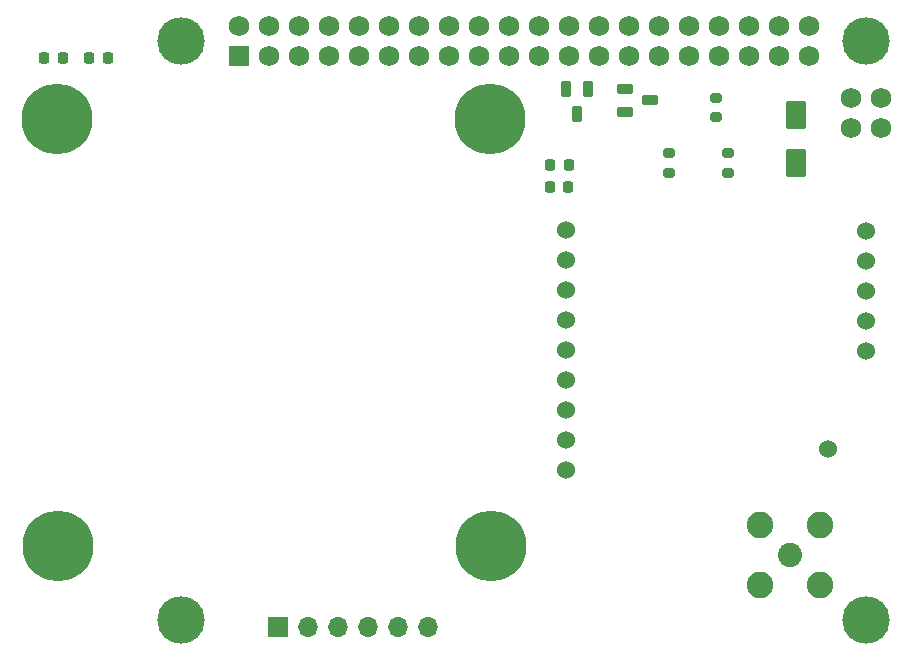
<source format=gts>
%TF.GenerationSoftware,KiCad,Pcbnew,7.0.6-0*%
%TF.CreationDate,2024-03-05T22:32:30-08:00*%
%TF.ProjectId,New Groundstation,4e657720-4772-46f7-956e-647374617469,rev?*%
%TF.SameCoordinates,Original*%
%TF.FileFunction,Soldermask,Top*%
%TF.FilePolarity,Negative*%
%FSLAX46Y46*%
G04 Gerber Fmt 4.6, Leading zero omitted, Abs format (unit mm)*
G04 Created by KiCad (PCBNEW 7.0.6-0) date 2024-03-05 22:32:30*
%MOMM*%
%LPD*%
G01*
G04 APERTURE LIST*
G04 Aperture macros list*
%AMRoundRect*
0 Rectangle with rounded corners*
0 $1 Rounding radius*
0 $2 $3 $4 $5 $6 $7 $8 $9 X,Y pos of 4 corners*
0 Add a 4 corners polygon primitive as box body*
4,1,4,$2,$3,$4,$5,$6,$7,$8,$9,$2,$3,0*
0 Add four circle primitives for the rounded corners*
1,1,$1+$1,$2,$3*
1,1,$1+$1,$4,$5*
1,1,$1+$1,$6,$7*
1,1,$1+$1,$8,$9*
0 Add four rect primitives between the rounded corners*
20,1,$1+$1,$2,$3,$4,$5,0*
20,1,$1+$1,$4,$5,$6,$7,0*
20,1,$1+$1,$6,$7,$8,$9,0*
20,1,$1+$1,$8,$9,$2,$3,0*%
G04 Aperture macros list end*
%ADD10RoundRect,0.225000X-0.225000X-0.250000X0.225000X-0.250000X0.225000X0.250000X-0.225000X0.250000X0*%
%ADD11RoundRect,0.144000X-0.258000X0.573000X-0.258000X-0.573000X0.258000X-0.573000X0.258000X0.573000X0*%
%ADD12RoundRect,0.200000X0.275000X-0.200000X0.275000X0.200000X-0.275000X0.200000X-0.275000X-0.200000X0*%
%ADD13RoundRect,0.102000X-0.762000X-0.762000X0.762000X-0.762000X0.762000X0.762000X-0.762000X0.762000X0*%
%ADD14C,1.728000*%
%ADD15C,4.016400*%
%ADD16RoundRect,0.200000X-0.275000X0.200000X-0.275000X-0.200000X0.275000X-0.200000X0.275000X0.200000X0*%
%ADD17C,6.000000*%
%ADD18C,1.524000*%
%ADD19C,2.050000*%
%ADD20C,2.250000*%
%ADD21RoundRect,0.225000X0.225000X0.250000X-0.225000X0.250000X-0.225000X-0.250000X0.225000X-0.250000X0*%
%ADD22RoundRect,0.144000X-0.573000X-0.258000X0.573000X-0.258000X0.573000X0.258000X-0.573000X0.258000X0*%
%ADD23R,1.700000X1.700000*%
%ADD24O,1.700000X1.700000*%
%ADD25RoundRect,0.270300X0.596700X-0.936700X0.596700X0.936700X-0.596700X0.936700X-0.596700X-0.936700X0*%
G04 APERTURE END LIST*
D10*
%TO.C,C3*%
X142543937Y-84582000D03*
X144093937Y-84582000D03*
%TD*%
D11*
%TO.C,Q1*%
X145792937Y-76283000D03*
X143892937Y-76283000D03*
X144842937Y-78403000D03*
%TD*%
D12*
%TO.C,R2*%
X157669937Y-83375000D03*
X157669937Y-81725000D03*
%TD*%
D13*
%TO.C,U2*%
X116223937Y-73469886D03*
D14*
X116223937Y-70929886D03*
X118763937Y-73469886D03*
X118763937Y-70929886D03*
X121303937Y-73469886D03*
X121303937Y-70929886D03*
X123843937Y-73469886D03*
X123843937Y-70929886D03*
X126383937Y-73469886D03*
X126383937Y-70929886D03*
X128923937Y-73469886D03*
X128923937Y-70929886D03*
X131463937Y-73469886D03*
X131463937Y-70929886D03*
X134003937Y-73469886D03*
X134003937Y-70929886D03*
X136543937Y-73469886D03*
X136543937Y-70929886D03*
X139083937Y-73469886D03*
X139083937Y-70929886D03*
X141623937Y-73469886D03*
X141623937Y-70929886D03*
X144163937Y-73469886D03*
X144163937Y-70929886D03*
X146703937Y-73469886D03*
X146703937Y-70929886D03*
X149243937Y-73469886D03*
X149243937Y-70929886D03*
X151783937Y-73469886D03*
X151783937Y-70929886D03*
X154323937Y-73469886D03*
X154323937Y-70929886D03*
X156863937Y-73469886D03*
X156863937Y-70929886D03*
X159403937Y-73469886D03*
X159403937Y-70929886D03*
X161943937Y-73469886D03*
X161943937Y-70929886D03*
X164483937Y-73469886D03*
X164483937Y-70929886D03*
X170583937Y-79592886D03*
X170583937Y-77052886D03*
X168043937Y-79592886D03*
X168043937Y-77052886D03*
D15*
X111353937Y-72199886D03*
X169353937Y-72199886D03*
X169353937Y-121199886D03*
X111353937Y-121199886D03*
%TD*%
D16*
%TO.C,R1*%
X152619937Y-81725000D03*
X152619937Y-83375000D03*
%TD*%
D17*
%TO.C,U1*%
X100853937Y-78835000D03*
X100953937Y-114935000D03*
X137503937Y-78835000D03*
X137603937Y-114935000D03*
%TD*%
D18*
%TO.C,RMF96W1*%
X143974575Y-88237234D03*
X143974575Y-90777234D03*
X143974575Y-93317234D03*
X143974575Y-95857234D03*
X143974575Y-98397234D03*
X143974575Y-100937234D03*
X143974575Y-103477234D03*
X143974575Y-106017234D03*
X143974575Y-108557234D03*
X169361899Y-88289567D03*
X169361899Y-90829567D03*
X169361899Y-93369567D03*
X169361899Y-95909567D03*
X169361899Y-98449567D03*
X166085299Y-106780767D03*
%TD*%
D10*
%TO.C,C1*%
X99757937Y-73660000D03*
X101307937Y-73660000D03*
%TD*%
D19*
%TO.C,J1*%
X162876937Y-115697000D03*
D20*
X160336937Y-113157000D03*
X160336937Y-118237000D03*
X165416937Y-113157000D03*
X165416937Y-118237000D03*
%TD*%
D21*
%TO.C,C2*%
X105117937Y-73660000D03*
X103567937Y-73660000D03*
%TD*%
D10*
%TO.C,C4*%
X142607737Y-82702400D03*
X144157737Y-82702400D03*
%TD*%
D22*
%TO.C,Q2*%
X148955937Y-76291114D03*
X148955937Y-78191114D03*
X151075937Y-77241114D03*
%TD*%
D16*
%TO.C,R3*%
X156653937Y-77026000D03*
X156653937Y-78676000D03*
%TD*%
D23*
%TO.C,J2*%
X119569937Y-121793000D03*
D24*
X122109937Y-121793000D03*
X124649937Y-121793000D03*
X127189937Y-121793000D03*
X129729937Y-121793000D03*
X132269937Y-121793000D03*
%TD*%
D25*
%TO.C,D2*%
X163384937Y-78468000D03*
X163384937Y-82568000D03*
%TD*%
M02*

</source>
